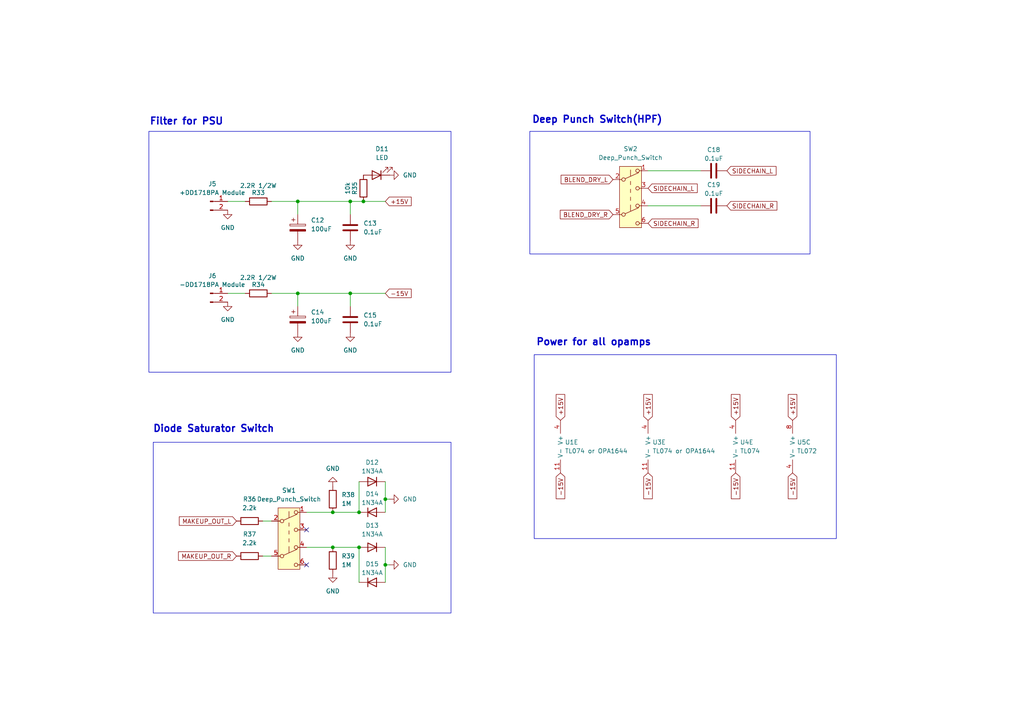
<source format=kicad_sch>
(kicad_sch (version 20250114) (generator "eeschema") (generator_version "9.0")
  (paper "A4")
  (lib_symbols
    (symbol "Connector:Conn_01x02_Pin" (pin_names (offset 1.016) (hide yes))
      (property "Reference" "J" (at 0 2.54 0))
      (property "Value" "Conn_01x02_Pin" (at 0 -5.08 0))
      (symbol "Conn_01x02_Pin_1_1"
        (rectangle (start 0.8636 0.127) (end 0 -0.127) (stroke (width 0.1524)) (fill (type outline)))
        (rectangle (start 0.8636 -2.413) (end 0 -2.667) (stroke (width 0.1524)) (fill (type outline)))
        (polyline (pts (xy 1.27 0) (xy 0.8636 0)) (stroke (width 0.1524)))
        (polyline (pts (xy 1.27 -2.54) (xy 0.8636 -2.54)) (stroke (width 0.1524)))
        (pin passive line (at 5.08 0 180) (length 3.81) (name "Pin_1") (number "1"))
        (pin passive line (at 5.08 -2.54 180) (length 3.81) (name "Pin_2") (number "2"))
      )
    )
    (symbol "Device:C" (pin_numbers (hide yes)) (pin_names (offset 0.254))
      (property "Reference" "C" (at 0.635 2.54 0))
      (property "Value" "C" (at 0.635 -2.54 0))
      (symbol "C_0_1"
        (polyline (pts (xy -2.032 0.762) (xy 2.032 0.762)) (stroke (width 0.508)))
        (polyline (pts (xy -2.032 -0.762) (xy 2.032 -0.762)) (stroke (width 0.508)))
      )
      (symbol "C_1_1"
        (pin passive line (at 0 3.81 270) (length 2.794) (name "~") (number "1"))
        (pin passive line (at 0 -3.81 90) (length 2.794) (name "~") (number "2"))
      )
    )
    (symbol "Device:C_Polarized" (pin_numbers (hide yes)) (pin_names (offset 0.254))
      (property "Reference" "C" (at 0.635 2.54 0))
      (property "Value" "C_Polarized" (at 0.635 -2.54 0))
      (symbol "C_Polarized_0_1"
        (rectangle (start -2.286 0.508) (end 2.286 1.016))
        (polyline (pts (xy -1.778 2.286) (xy -0.762 2.286)))
        (polyline (pts (xy -1.27 2.794) (xy -1.27 1.778)))
        (rectangle (start 2.286 -0.508) (end -2.286 -1.016) (fill (type outline)))
      )
      (symbol "C_Polarized_1_1"
        (pin passive line (at 0 3.81 270) (length 2.794) (name "~") (number "1"))
        (pin passive line (at 0 -3.81 90) (length 2.794) (name "~") (number "2"))
      )
    )
    (symbol "Device:D" (pin_numbers (hide yes)) (pin_names (offset 1.016) (hide yes))
      (property "Reference" "D" (at 0 2.54 0))
      (property "Value" "D" (at 0 -2.54 0))
      (symbol "D_0_1"
        (polyline (pts (xy -1.27 1.27) (xy -1.27 -1.27)) (stroke (width 0.254)))
        (polyline (pts (xy 1.27 1.27) (xy 1.27 -1.27) (xy -1.27 0) (xy 1.27 1.27)) (stroke (width 0.254)))
        (polyline (pts (xy 1.27 0) (xy -1.27 0)))
      )
      (symbol "D_1_1"
        (pin passive line (at -3.81 0 0) (length 2.54) (name "K") (number "1"))
        (pin passive line (at 3.81 0 180) (length 2.54) (name "A") (number "2"))
      )
    )
    (symbol "Device:LED" (pin_numbers (hide yes)) (pin_names (offset 1.016) (hide yes))
      (property "Reference" "D" (at 0 2.54 0))
      (property "Value" "LED" (at 0 -2.54 0))
      (symbol "LED_0_1"
        (polyline (pts (xy -3.048 -0.762) (xy -4.572 -2.286) (xy -3.81 -2.286) (xy -4.572 -2.286) (xy -4.572 -1.524)))
        (polyline (pts (xy -1.778 -0.762) (xy -3.302 -2.286) (xy -2.54 -2.286) (xy -3.302 -2.286) (xy -3.302 -1.524)))
        (polyline (pts (xy -1.27 0) (xy 1.27 0)))
        (polyline (pts (xy -1.27 -1.27) (xy -1.27 1.27)) (stroke (width 0.254)))
        (polyline (pts (xy 1.27 -1.27) (xy 1.27 1.27) (xy -1.27 0) (xy 1.27 -1.27)) (stroke (width 0.254)))
      )
      (symbol "LED_1_1"
        (pin passive line (at -3.81 0 0) (length 2.54) (name "K") (number "1"))
        (pin passive line (at 3.81 0 180) (length 2.54) (name "A") (number "2"))
      )
    )
    (symbol "Device:Opamp_Dual"
      (property "Reference" "U" (at 0 5.08 0))
      (property "Value" "Opamp_Dual" (at 0 -5.08 0))
      (symbol "Opamp_Dual_1_1"
        (polyline (pts (xy -5.08 5.08) (xy 5.08 0) (xy -5.08 -5.08) (xy -5.08 5.08)) (stroke (width 0.254)) (fill (type background)))
        (pin input line (at -7.62 2.54 0) (length 2.54) (name "+") (number "3"))
        (pin input line (at -7.62 -2.54 0) (length 2.54) (name "-") (number "2"))
        (pin output line (at 7.62 0 180) (length 2.54) (name "~") (number "1"))
      )
      (symbol "Opamp_Dual_2_1"
        (polyline (pts (xy -5.08 5.08) (xy 5.08 0) (xy -5.08 -5.08) (xy -5.08 5.08)) (stroke (width 0.254)) (fill (type background)))
        (pin input line (at -7.62 2.54 0) (length 2.54) (name "+") (number "5"))
        (pin input line (at -7.62 -2.54 0) (length 2.54) (name "-") (number "6"))
        (pin output line (at 7.62 0 180) (length 2.54) (name "~") (number "7"))
      )
      (symbol "Opamp_Dual_3_1"
        (pin power_in line (at -2.54 7.62 270) (length 3.81) (name "V+") (number "8"))
        (pin power_in line (at -2.54 -7.62 90) (length 3.81) (name "V-") (number "4"))
      )
    )
    (symbol "Device:Opamp_Quad"
      (property "Reference" "U" (at 0 5.08 0))
      (property "Value" "Opamp_Quad" (at 0 -5.08 0))
      (symbol "Opamp_Quad_1_1"
        (polyline (pts (xy -5.08 5.08) (xy 5.08 0) (xy -5.08 -5.08) (xy -5.08 5.08)) (stroke (width 0.254)) (fill (type background)))
        (pin input line (at -7.62 2.54 0) (length 2.54) (name "+") (number "3"))
        (pin input line (at -7.62 -2.54 0) (length 2.54) (name "-") (number "2"))
        (pin output line (at 7.62 0 180) (length 2.54) (name "~") (number "1"))
      )
      (symbol "Opamp_Quad_2_1"
        (polyline (pts (xy -5.08 5.08) (xy 5.08 0) (xy -5.08 -5.08) (xy -5.08 5.08)) (stroke (width 0.254)) (fill (type background)))
        (pin input line (at -7.62 2.54 0) (length 2.54) (name "+") (number "5"))
        (pin input line (at -7.62 -2.54 0) (length 2.54) (name "-") (number "6"))
        (pin output line (at 7.62 0 180) (length 2.54) (name "~") (number "7"))
      )
      (symbol "Opamp_Quad_3_1"
        (polyline (pts (xy -5.08 5.08) (xy 5.08 0) (xy -5.08 -5.08) (xy -5.08 5.08)) (stroke (width 0.254)) (fill (type background)))
        (pin input line (at -7.62 2.54 0) (length 2.54) (name "+") (number "10"))
        (pin input line (at -7.62 -2.54 0) (length 2.54) (name "-") (number "9"))
        (pin output line (at 7.62 0 180) (length 2.54) (name "~") (number "8"))
      )
      (symbol "Opamp_Quad_4_1"
        (polyline (pts (xy -5.08 5.08) (xy 5.08 0) (xy -5.08 -5.08) (xy -5.08 5.08)) (stroke (width 0.254)) (fill (type background)))
        (pin input line (at -7.62 2.54 0) (length 2.54) (name "+") (number "12"))
        (pin input line (at -7.62 -2.54 0) (length 2.54) (name "-") (number "13"))
        (pin output line (at 7.62 0 180) (length 2.54) (name "~") (number "14"))
      )
      (symbol "Opamp_Quad_5_1"
        (pin power_in line (at -2.54 7.62 270) (length 3.81) (name "V+") (number "4"))
        (pin power_in line (at -2.54 -7.62 90) (length 3.81) (name "V-") (number "11"))
      )
    )
    (symbol "Device:R" (pin_numbers (hide yes)) (pin_names (offset 0))
      (property "Reference" "R" (at 2.032 0 90))
      (property "Value" "R" (at 0 0 90))
      (symbol "R_0_1"
        (rectangle (start -1.016 -2.54) (end 1.016 2.54) (stroke (width 0.254)))
      )
      (symbol "R_1_1"
        (pin passive line (at 0 3.81 270) (length 1.27) (name "~") (number "1"))
        (pin passive line (at 0 -3.81 90) (length 1.27) (name "~") (number "2"))
      )
    )
    (symbol "Switch:SW_Push_DPDT" (pin_names (offset 0) (hide yes))
      (property "Reference" "SW" (at 0 10.16 0))
      (property "Value" "SW_Push_DPDT" (at 0 -10.16 0))
      (symbol "SW_Push_DPDT_0_0"
        (circle (center -2.032 5.08) (radius 0.508))
        (circle (center -2.032 -5.08) (radius 0.508))
        (circle (center 2.032 2.54) (radius 0.508))
        (circle (center 2.032 -7.62) (radius 0.508))
      )
      (symbol "SW_Push_DPDT_0_1"
        (polyline (pts (xy -1.524 5.334) (xy 2.3368 7.0612)))
        (polyline (pts (xy -1.524 -4.826) (xy 2.3368 -3.0988)))
        (polyline (pts (xy 0 7.874) (xy 0 6.096)))
        (polyline (pts (xy 0 3.556) (xy 0 4.572)))
        (polyline (pts (xy 0 1.27) (xy 0 2.286)))
        (polyline (pts (xy 0 -1.016) (xy 0 0)))
        (polyline (pts (xy 0 -2.286) (xy 0 -4.064)))
        (circle (center 2.032 7.62) (radius 0.508))
        (circle (center 2.032 -2.54) (radius 0.508))
      )
      (symbol "SW_Push_DPDT_1_1"
        (rectangle (start -3.175 8.89) (end 3.175 -8.89) (fill (type background)))
        (pin passive line (at -5.08 5.08 0) (length 2.54) (name "B") (number "2"))
        (pin passive line (at -5.08 -5.08 0) (length 2.54) (name "B") (number "5"))
        (pin passive line (at 5.08 7.62 180) (length 2.54) (name "A") (number "1"))
        (pin passive line (at 5.08 2.54 180) (length 2.54) (name "C") (number "3"))
        (pin passive line (at 5.08 -2.54 180) (length 2.54) (name "A") (number "4"))
        (pin passive line (at 5.08 -7.62 180) (length 2.54) (name "C") (number "6"))
      )
    )
    (symbol "power:GND" (power) (pin_numbers (hide yes)) (pin_names (offset 0) (hide yes))
      (property "Value" "GND" (at 0 -3.81 0))
      (symbol "GND_0_1"
        (polyline (pts (xy 0 0) (xy 0 -1.27) (xy 1.27 -1.27) (xy 0 -2.54) (xy -1.27 -1.27) (xy 0 -1.27)))
      )
      (symbol "GND_1_1"
        (pin power_in line (at 0 0 270) (length 0) (name "~") (number "1"))
      )
    )
  )
  (rectangle (start 153.67 38.1) (end 234.95 73.66))
  (rectangle (start 154.94 102.87) (end 242.57 156.21))
  (rectangle (start 43.18 38.1) (end 130.81 107.95))
  (rectangle (start 44.45 128.27) (end 130.81 177.8))
  (text "Filter for PSU" (at 54.102 35.306 0) (effects (font (size 2 2) (thickness 0.4) (bold yes))))
  (text "Deep Punch Switch(HPF)" (at 173.228 34.798 0) (effects (font (size 2 2) (thickness 0.4) (bold yes))))
  (text "Diode Saturator Switch" (at 61.976 124.46 0) (effects (font (size 2 2) (thickness 0.4) (bold yes))))
  (text "Power for all opamps" (at 172.212 99.314 0) (effects (font (size 2 2) (thickness 0.4) (bold yes))))
  (junction (at 96.52 158.75))
  (junction (at 111.76 163.83))
  (junction (at 101.6 58.42))
  (junction (at 104.14 148.59))
  (junction (at 101.6 85.09))
  (junction (at 105.41 58.42))
  (junction (at 111.76 144.78))
  (junction (at 96.52 148.59))
  (junction (at 86.36 58.42))
  (junction (at 104.14 158.75))
  (junction (at 86.36 85.09))
  (no_connect (at 88.9 153.67))
  (no_connect (at 88.9 163.83))
  (wire (pts (xy 101.6 85.09) (xy 111.76 85.09)))
  (wire (pts (xy 76.2 161.29) (xy 78.74 161.29)))
  (wire (pts (xy 78.74 85.09) (xy 86.36 85.09)))
  (wire (pts (xy 88.9 148.59) (xy 96.52 148.59)))
  (wire (pts (xy 111.76 144.78) (xy 111.76 148.59)))
  (wire (pts (xy 111.76 139.7) (xy 111.76 144.78)))
  (wire (pts (xy 78.74 58.42) (xy 86.36 58.42)))
  (wire (pts (xy 88.9 158.75) (xy 96.52 158.75)))
  (wire (pts (xy 76.2 151.13) (xy 78.74 151.13)))
  (wire (pts (xy 105.41 58.42) (xy 111.76 58.42)))
  (wire (pts (xy 104.14 158.75) (xy 104.14 168.91)))
  (wire (pts (xy 96.52 158.75) (xy 104.14 158.75)))
  (wire (pts (xy 96.52 148.59) (xy 104.14 148.59)))
  (wire (pts (xy 111.76 163.83) (xy 111.76 168.91)))
  (wire (pts (xy 86.36 58.42) (xy 101.6 58.42)))
  (wire (pts (xy 104.14 139.7) (xy 104.14 148.59)))
  (wire (pts (xy 111.76 144.78) (xy 113.03 144.78)))
  (wire (pts (xy 86.36 58.42) (xy 86.36 62.23)))
  (wire (pts (xy 111.76 163.83) (xy 113.03 163.83)))
  (wire (pts (xy 86.36 85.09) (xy 101.6 85.09)))
  (wire (pts (xy 101.6 85.09) (xy 101.6 88.9)))
  (wire (pts (xy 101.6 58.42) (xy 105.41 58.42)))
  (wire (pts (xy 66.04 58.42) (xy 71.12 58.42)))
  (wire (pts (xy 66.04 85.09) (xy 71.12 85.09)))
  (wire (pts (xy 203.2 49.53) (xy 187.96 49.53)))
  (wire (pts (xy 86.36 85.09) (xy 86.36 88.9)))
  (wire (pts (xy 111.76 158.75) (xy 111.76 163.83)))
  (wire (pts (xy 101.6 58.42) (xy 101.6 62.23)))
  (wire (pts (xy 203.2 59.69) (xy 187.96 59.69)))
  (global_label "+15V" (shape input) (at 187.96 121.92 90) (property "Intersheetrefs" "${INTERSHEET_REFS}" (effects (hide yes))))
  (global_label "MAKEUP_OUT_R" (shape input) (at 68.58 161.29 180) (property "Intersheetrefs" "${INTERSHEET_REFS}" (effects (hide yes))))
  (global_label "-15V" (shape input) (at 229.87 137.16 270) (property "Intersheetrefs" "${INTERSHEET_REFS}" (effects (hide yes))))
  (global_label "+15V" (shape input) (at 213.36 121.92 90) (property "Intersheetrefs" "${INTERSHEET_REFS}" (effects (hide yes))))
  (global_label "SIDECHAIN_R" (shape input) (at 187.96 64.77 0) (property "Intersheetrefs" "${INTERSHEET_REFS}" (effects (hide yes))))
  (global_label "SIDECHAIN_L" (shape input) (at 210.82 49.53 0) (property "Intersheetrefs" "${INTERSHEET_REFS}" (effects (hide yes))))
  (global_label "MAKEUP_OUT_L" (shape input) (at 68.58 151.13 180) (property "Intersheetrefs" "${INTERSHEET_REFS}" (effects (hide yes))))
  (global_label "-15V" (shape input) (at 111.76 85.09 0) (property "Intersheetrefs" "${INTERSHEET_REFS}" (effects (hide yes))))
  (global_label "BLEND_DRY_R" (shape input) (at 177.8 62.23 180) (property "Intersheetrefs" "${INTERSHEET_REFS}" (effects (hide yes))))
  (global_label "-15V" (shape input) (at 187.96 137.16 270) (property "Intersheetrefs" "${INTERSHEET_REFS}" (effects (hide yes))))
  (global_label "SIDECHAIN_R" (shape input) (at 210.82 59.69 0) (property "Intersheetrefs" "${INTERSHEET_REFS}" (effects (hide yes))))
  (global_label "-15V" (shape input) (at 162.56 137.16 270) (property "Intersheetrefs" "${INTERSHEET_REFS}" (effects (hide yes))))
  (global_label "BLEND_DRY_L" (shape input) (at 177.8 52.07 180) (property "Intersheetrefs" "${INTERSHEET_REFS}" (effects (hide yes))))
  (global_label "SIDECHAIN_L" (shape input) (at 187.96 54.61 0) (property "Intersheetrefs" "${INTERSHEET_REFS}" (effects (hide yes))))
  (global_label "+15V" (shape input) (at 111.76 58.42 0) (property "Intersheetrefs" "${INTERSHEET_REFS}" (effects (hide yes))))
  (global_label "+15V" (shape input) (at 162.56 121.92 90) (property "Intersheetrefs" "${INTERSHEET_REFS}" (effects (hide yes))))
  (global_label "+15V" (shape input) (at 229.87 121.92 90) (property "Intersheetrefs" "${INTERSHEET_REFS}" (effects (hide yes))))
  (global_label "-15V" (shape input) (at 213.36 137.16 270) (property "Intersheetrefs" "${INTERSHEET_REFS}" (effects (hide yes))))
  (symbol (lib_id "Device:R") (at 96.52 144.78 0) (unit 1)
    (property "Reference" "R38" (at 99.06 143.5099 0) (effects (justify left)))
    (property "Value" "1M" (at 99.06 146.0499 0) (effects (justify left)))
    (property "Footprint" "Resistor_THT:R_Axial_DIN0207_L6.3mm_D2.5mm_P2.54mm_Vertical" (effects (hide yes)))
    (property "Description" "Resistor" (effects (hide yes)))
  )
  (symbol (lib_id "Device:Opamp_Quad") (at 215.9 129.54 0) (unit 5)
    (property "Reference" "U4" (at 214.63 128.2699 0) (effects (justify left)))
    (property "Value" "TL074" (at 214.63 130.8099 0) (effects (justify left)))
    (property "Description" "Quad operational amplifier" (effects (hide yes)))
    (property "Sim.Library" "${KICAD9_SYMBOL_DIR}/Simulation_SPICE.sp" (effects (hide yes)))
    (property "Sim.Name" "kicad_builtin_opamp_quad" (effects (hide yes)))
    (property "Sim.Device" "SUBCKT" (effects (hide yes)))
    (property "Sim.Pins" "1=out1 2=in1- 3=in1+ 4=vcc 5=in2+ 6=in2- 7=out2 8=out3 9=in3- 10=in3+ 11=vee 12=in4+ 13=in4- 14=out4" (effects (hide yes)))
  )
  (symbol (lib_id "Device:Opamp_Quad") (at 190.5 129.54 0) (unit 5)
    (property "Reference" "U3" (at 189.23 128.2699 0) (effects (justify left)))
    (property "Value" "TL074 or OPA1644" (at 189.23 130.8099 0) (effects (justify left)))
    (property "Description" "Quad operational amplifier" (effects (hide yes)))
    (property "Sim.Library" "${KICAD9_SYMBOL_DIR}/Simulation_SPICE.sp" (effects (hide yes)))
    (property "Sim.Name" "kicad_builtin_opamp_quad" (effects (hide yes)))
    (property "Sim.Device" "SUBCKT" (effects (hide yes)))
    (property "Sim.Pins" "1=out1 2=in1- 3=in1+ 4=vcc 5=in2+ 6=in2- 7=out2 8=out3 9=in3- 10=in3+ 11=vee 12=in4+ 13=in4- 14=out4" (effects (hide yes)))
  )
  (symbol (lib_id "Device:D") (at 107.95 148.59 0) (unit 1)
    (property "Reference" "D14" (at 107.95 143.256 0))
    (property "Value" "1N34A" (at 107.95 145.796 0))
    (property "Footprint" "Diode_THT:D_DO-41_SOD81_P7.62mm_Horizontal" (effects (hide yes)))
    (property "Description" "Diode" (effects (hide yes)))
    (property "Sim.Device" "D" (effects (hide yes)))
    (property "Sim.Pins" "1=K 2=A" (effects (hide yes)))
  )
  (symbol (lib_id "Device:C") (at 207.01 59.69 90) (unit 1)
    (property "Reference" "C19" (at 207.01 53.594 90))
    (property "Value" "0.1uF" (at 207.01 56.134 90))
    (property "Footprint" "Capacitor_THT:C_Disc_D4.3mm_W1.9mm_P5.00mm" (effects (hide yes)))
    (property "Description" "ceramic capacitor" (effects (hide yes)))
  )
  (symbol (lib_id "power:GND") (at 113.03 50.8 90) (unit 1)
    (property "Reference" "#PWR039" (effects (hide yes)))
    (property "Value" "GND" (at 116.84 50.7999 90) (effects (justify right)))
    (property "Description" "Power symbol creates a global label with name \"GND\" , ground" (effects (hide yes)))
  )
  (symbol (lib_id "power:GND") (at 96.52 140.97 180) (unit 1)
    (property "Reference" "#PWR041" (effects (hide yes)))
    (property "Value" "GND" (at 96.52 135.89 0))
    (property "Description" "Power symbol creates a global label with name \"GND\" , ground" (effects (hide yes)))
  )
  (symbol (lib_id "power:GND") (at 66.04 87.63 0) (unit 1)
    (property "Reference" "#PWR033" (effects (hide yes)))
    (property "Value" "GND" (at 66.04 92.71 0))
    (property "Description" "Power symbol creates a global label with name \"GND\" , ground" (effects (hide yes)))
  )
  (symbol (lib_id "Device:LED") (at 109.22 50.8 180) (unit 1)
    (property "Reference" "D11" (at 110.8075 43.18 0))
    (property "Value" "LED" (at 110.8075 45.72 0))
    (property "Description" "Light emitting diode" (effects (hide yes)))
    (property "Sim.Pins" "1=K 2=A" (effects (hide yes)))
  )
  (symbol (lib_id "Device:C") (at 101.6 92.71 0) (unit 1)
    (property "Reference" "C15" (at 105.41 91.4399 0) (effects (justify left)))
    (property "Value" "0.1uF" (at 105.41 93.9799 0) (effects (justify left)))
    (property "Footprint" "Capacitor_THT:C_Disc_D4.3mm_W1.9mm_P5.00mm" (effects (hide yes)))
    (property "Description" "ceramic capacitor" (effects (hide yes)))
  )
  (symbol (lib_id "power:GND") (at 86.36 69.85 0) (unit 1)
    (property "Reference" "#PWR031" (effects (hide yes)))
    (property "Value" "GND" (at 86.36 74.93 0))
    (property "Description" "Power symbol creates a global label with name \"GND\" , ground" (effects (hide yes)))
  )
  (symbol (lib_id "Device:Opamp_Quad") (at 165.1 129.54 0) (unit 5)
    (property "Reference" "U1" (at 163.83 128.2699 0) (effects (justify left)))
    (property "Value" "TL074 or OPA1644" (at 163.83 130.8099 0) (effects (justify left)))
    (property "Footprint" "Package_DIP:DIP-14_W7.62mm_Socket" (effects (hide yes)))
    (property "Description" "Quad operational amplifier" (effects (hide yes)))
    (property "Sim.Library" "${KICAD9_SYMBOL_DIR}/Simulation_SPICE.sp" (effects (hide yes)))
    (property "Sim.Name" "kicad_builtin_opamp_quad" (effects (hide yes)))
    (property "Sim.Device" "SUBCKT" (effects (hide yes)))
    (property "Sim.Pins" "1=out1 2=in1- 3=in1+ 4=vcc 5=in2+ 6=in2- 7=out2 8=out3 9=in3- 10=in3+ 11=vee 12=in4+ 13=in4- 14=out4" (effects (hide yes)))
  )
  (symbol (lib_id "Device:Opamp_Dual") (at 232.41 129.54 0) (unit 3)
    (property "Reference" "U5" (at 231.14 128.2699 0) (effects (justify left)))
    (property "Value" "TL072" (at 231.14 130.8099 0) (effects (justify left)))
    (property "Description" "Dual operational amplifier" (effects (hide yes)))
    (property "Sim.Library" "${KICAD9_SYMBOL_DIR}/Simulation_SPICE.sp" (effects (hide yes)))
    (property "Sim.Name" "kicad_builtin_opamp_dual" (effects (hide yes)))
    (property "Sim.Device" "SUBCKT" (effects (hide yes)))
    (property "Sim.Pins" "1=out1 2=in1- 3=in1+ 4=vee 5=in2+ 6=in2- 7=out2 8=vcc" (effects (hide yes)))
  )
  (symbol (lib_id "Device:C") (at 101.6 66.04 0) (unit 1)
    (property "Reference" "C13" (at 105.41 64.7699 0) (effects (justify left)))
    (property "Value" "0.1uF" (at 105.41 67.3099 0) (effects (justify left)))
    (property "Footprint" "Capacitor_THT:C_Disc_D4.3mm_W1.9mm_P5.00mm" (effects (hide yes)))
    (property "Description" "ceramic capacitor" (effects (hide yes)))
  )
  (symbol (lib_id "Connector:Conn_01x02_Pin") (at 60.96 85.09 0) (unit 1)
    (property "Reference" "J6" (at 61.595 80.01 0))
    (property "Value" "-DD1718PA Module" (at 61.595 82.55 0))
    (property "Footprint" "Connector_PinHeader_2.54mm:PinHeader_2x01_P2.54mm_Vertical" (effects (hide yes)))
    (property "Description" "Generic connector, single row, 01x02, script generated" (effects (hide yes)))
  )
  (symbol (lib_id "Switch:SW_Push_DPDT") (at 83.82 156.21 0) (unit 1)
    (property "Reference" "SW1" (at 83.82 142.24 0))
    (property "Value" "Deep_Punch_Switch" (at 83.82 144.78 0))
    (property "Footprint" "Button_Switch_THT:SW_CK_JS202011CQN_DPDT_Straight" (effects (hide yes)))
    (property "Description" "Momentary Switch, dual pole double throw" (effects (hide yes)))
  )
  (symbol (lib_id "power:GND") (at 113.03 163.83 90) (unit 1)
    (property "Reference" "#PWR040" (effects (hide yes)))
    (property "Value" "GND" (at 116.84 163.8299 90) (effects (justify right)))
    (property "Description" "Power symbol creates a global label with name \"GND\" , ground" (effects (hide yes)))
  )
  (symbol (lib_id "Connector:Conn_01x02_Pin") (at 60.96 58.42 0) (unit 1)
    (property "Reference" "J5" (at 61.595 53.34 0))
    (property "Value" "+DD1718PA Module" (at 61.595 55.88 0))
    (property "Footprint" "Connector_PinHeader_2.54mm:PinHeader_2x01_P2.54mm_Vertical" (effects (hide yes)))
    (property "Description" "Generic connector, single row, 01x02, script generated" (effects (hide yes)))
  )
  (symbol (lib_id "Device:D") (at 107.95 139.7 180) (unit 1)
    (property "Reference" "D12" (at 107.95 134.112 0))
    (property "Value" "1N34A" (at 107.95 136.652 0))
    (property "Footprint" "Diode_THT:D_DO-41_SOD81_P7.62mm_Horizontal" (effects (hide yes)))
    (property "Description" "Diode" (effects (hide yes)))
    (property "Sim.Device" "D" (effects (hide yes)))
    (property "Sim.Pins" "1=K 2=A" (effects (hide yes)))
  )
  (symbol (lib_id "power:GND") (at 86.36 96.52 0) (unit 1)
    (property "Reference" "#PWR034" (effects (hide yes)))
    (property "Value" "GND" (at 86.36 101.6 0))
    (property "Description" "Power symbol creates a global label with name \"GND\" , ground" (effects (hide yes)))
  )
  (symbol (lib_id "power:GND") (at 113.03 144.78 90) (unit 1)
    (property "Reference" "#PWR038" (effects (hide yes)))
    (property "Value" "GND" (at 116.84 144.7799 90) (effects (justify right)))
    (property "Description" "Power symbol creates a global label with name \"GND\" , ground" (effects (hide yes)))
  )
  (symbol (lib_id "power:GND") (at 96.52 166.37 0) (unit 1)
    (property "Reference" "#PWR042" (effects (hide yes)))
    (property "Value" "GND" (at 96.52 171.45 0))
    (property "Description" "Power symbol creates a global label with name \"GND\" , ground" (effects (hide yes)))
  )
  (symbol (lib_id "Device:R") (at 72.39 161.29 270) (unit 1)
    (property "Reference" "R37" (at 72.39 154.94 90))
    (property "Value" "2.2k" (at 72.39 157.48 90))
    (property "Footprint" "Resistor_THT:R_Axial_DIN0207_L6.3mm_D2.5mm_P2.54mm_Vertical" (effects (hide yes)))
    (property "Description" "Resistor" (effects (hide yes)))
  )
  (symbol (lib_id "Device:R") (at 74.93 85.09 270) (unit 1)
    (property "Reference" "R34" (at 74.93 82.55 90))
    (property "Value" "2.2R 1/2W" (at 74.93 80.518 90))
    (property "Footprint" "Resistor_THT:R_Axial_DIN0207_L6.3mm_D2.5mm_P2.54mm_Vertical" (effects (hide yes)))
    (property "Description" "Resistor" (effects (hide yes)))
  )
  (symbol (lib_id "Switch:SW_Push_DPDT") (at 182.88 57.15 0) (unit 1)
    (property "Reference" "SW2" (at 182.88 43.18 0))
    (property "Value" "Deep_Punch_Switch" (at 182.88 45.72 0))
    (property "Footprint" "Button_Switch_THT:SW_CK_JS202011CQN_DPDT_Straight" (effects (hide yes)))
    (property "Description" "Momentary Switch, dual pole double throw" (effects (hide yes)))
  )
  (symbol (lib_id "Device:D") (at 107.95 158.75 180) (unit 1)
    (property "Reference" "D13" (at 107.95 152.4 0))
    (property "Value" "1N34A" (at 107.95 154.94 0))
    (property "Footprint" "Diode_THT:D_DO-41_SOD81_P7.62mm_Horizontal" (effects (hide yes)))
    (property "Description" "Diode" (effects (hide yes)))
    (property "Sim.Device" "D" (effects (hide yes)))
    (property "Sim.Pins" "1=K 2=A" (effects (hide yes)))
  )
  (symbol (lib_id "Device:R") (at 72.39 151.13 270) (unit 1)
    (property "Reference" "R36" (at 72.39 144.78 90))
    (property "Value" "2.2k" (at 72.39 147.32 90))
    (property "Footprint" "Resistor_THT:R_Axial_DIN0207_L6.3mm_D2.5mm_P2.54mm_Vertical" (effects (hide yes)))
    (property "Description" "Resistor" (effects (hide yes)))
  )
  (symbol (lib_id "Device:C_Polarized") (at 86.36 92.71 0) (unit 1)
    (property "Reference" "C14" (at 90.17 90.5509 0) (effects (justify left)))
    (property "Value" "100uF" (at 90.17 93.0909 0) (effects (justify left)))
    (property "Footprint" "Capacitor_THT:CP_Radial_D5.0mm_P2.00mm" (effects (hide yes)))
    (property "Description" "Polarized capacitor" (effects (hide yes)))
  )
  (symbol (lib_id "Device:C") (at 207.01 49.53 90) (unit 1)
    (property "Reference" "C18" (at 207.01 43.434 90))
    (property "Value" "0.1uF" (at 207.01 45.974 90))
    (property "Footprint" "Capacitor_THT:C_Disc_D4.3mm_W1.9mm_P5.00mm" (effects (hide yes)))
    (property "Description" "ceramic capacitor" (effects (hide yes)))
  )
  (symbol (lib_id "Device:R") (at 105.41 54.61 0) (unit 1)
    (property "Reference" "R35" (at 102.87 54.61 90))
    (property "Value" "10k" (at 100.838 54.61 90))
    (property "Footprint" "Resistor_THT:R_Axial_DIN0207_L6.3mm_D2.5mm_P2.54mm_Vertical" (effects (hide yes)))
    (property "Description" "Resistor" (effects (hide yes)))
  )
  (symbol (lib_id "power:GND") (at 101.6 69.85 0) (unit 1)
    (property "Reference" "#PWR032" (effects (hide yes)))
    (property "Value" "GND" (at 101.6 74.93 0))
    (property "Description" "Power symbol creates a global label with name \"GND\" , ground" (effects (hide yes)))
  )
  (symbol (lib_id "Device:R") (at 74.93 58.42 270) (unit 1)
    (property "Reference" "R33" (at 74.93 55.88 90))
    (property "Value" "2.2R 1/2W" (at 74.93 53.848 90))
    (property "Footprint" "Resistor_THT:R_Axial_DIN0207_L6.3mm_D2.5mm_P2.54mm_Vertical" (effects (hide yes)))
    (property "Description" "Resistor" (effects (hide yes)))
  )
  (symbol (lib_id "power:GND") (at 66.04 60.96 0) (unit 1)
    (property "Reference" "#PWR030" (effects (hide yes)))
    (property "Value" "GND" (at 66.04 66.04 0))
    (property "Description" "Power symbol creates a global label with name \"GND\" , ground" (effects (hide yes)))
  )
  (symbol (lib_id "Device:D") (at 107.95 168.91 0) (unit 1)
    (property "Reference" "D15" (at 107.95 163.576 0))
    (property "Value" "1N34A" (at 107.95 166.116 0))
    (property "Footprint" "Diode_THT:D_DO-41_SOD81_P7.62mm_Horizontal" (effects (hide yes)))
    (property "Description" "Diode" (effects (hide yes)))
    (property "Sim.Device" "D" (effects (hide yes)))
    (property "Sim.Pins" "1=K 2=A" (effects (hide yes)))
  )
  (symbol (lib_id "Device:R") (at 96.52 162.56 0) (unit 1)
    (property "Reference" "R39" (at 99.06 161.2899 0) (effects (justify left)))
    (property "Value" "1M" (at 99.06 163.8299 0) (effects (justify left)))
    (property "Footprint" "Resistor_THT:R_Axial_DIN0207_L6.3mm_D2.5mm_P2.54mm_Vertical" (effects (hide yes)))
    (property "Description" "Resistor" (effects (hide yes)))
  )
  (symbol (lib_id "Device:C_Polarized") (at 86.36 66.04 0) (unit 1)
    (property "Reference" "C12" (at 90.17 63.8809 0) (effects (justify left)))
    (property "Value" "100uF" (at 90.17 66.4209 0) (effects (justify left)))
    (property "Footprint" "Capacitor_THT:CP_Radial_D5.0mm_P2.00mm" (effects (hide yes)))
    (property "Description" "Polarized capacitor" (effects (hide yes)))
  )
  (symbol (lib_id "power:GND") (at 101.6 96.52 0) (unit 1)
    (property "Reference" "#PWR037" (effects (hide yes)))
    (property "Value" "GND" (at 101.6 101.6 0))
    (property "Description" "Power symbol creates a global label with name \"GND\" , ground" (effects (hide yes)))
  )
)
</source>
